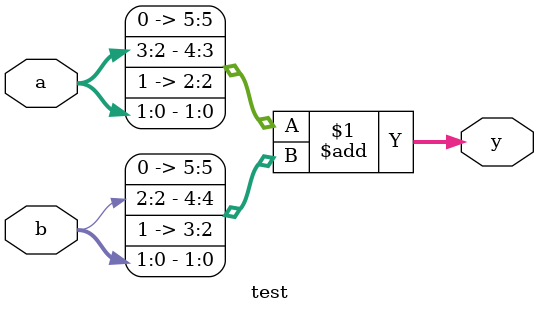
<source format=v>
module test(input [3:0] a, input [2:0] b, output [5:0] y);
assign y = {a[3:2], 1'b1, a[1:0]} + {b[2], 2'b11, b[1:0]};
endmodule

</source>
